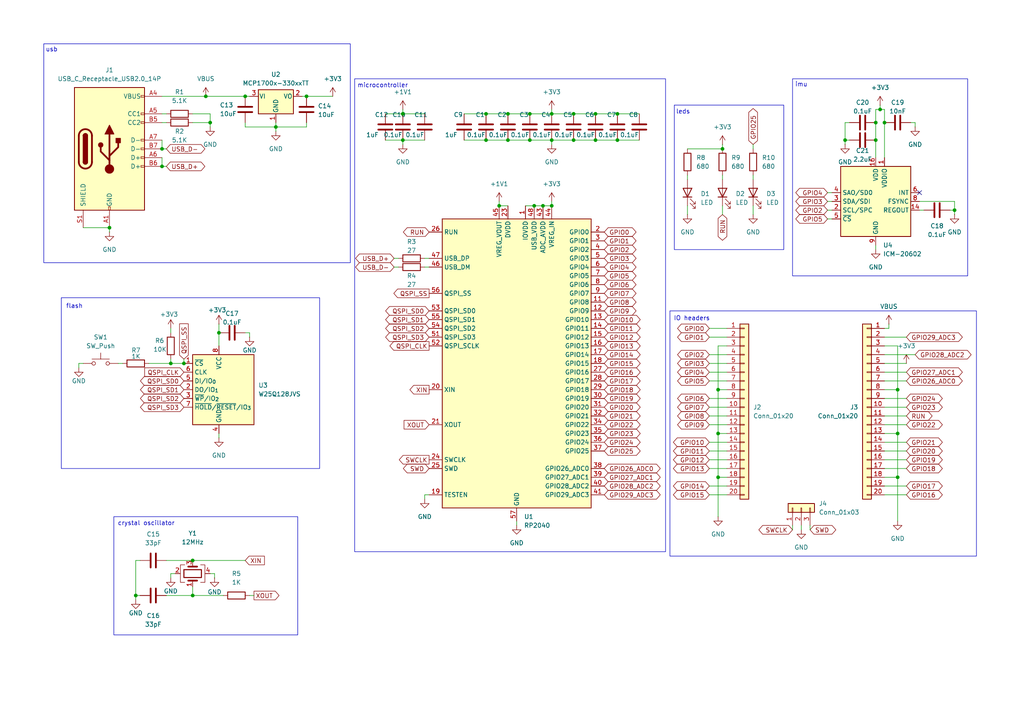
<source format=kicad_sch>
(kicad_sch (version 20250114) (generator "eeschema") (generator_version "9.0")
  (paper "A4")
  (lib_symbols
    (symbol "Connector:USB_C_Receptacle_USB2.0_14P" (pin_names (offset 1.016))
      (property "Reference" "J" (at 0 22.225 0))
      (property "Value" "USB_C_Receptacle_USB2.0_14P" (at 0 19.685 0))
      (symbol "USB_C_Receptacle_USB2.0_14P_1_1"
        (pin passive line (at -7.62 -22.86 90) (length 5.08) (name "SHIELD") (number "S1"))
        (pin passive line (at 0 -22.86 90) (length 5.08) (name "GND") (number "A1"))
        (pin passive line (at 0 -22.86 90) (length 5.08) (hide yes) (name "GND") (number "A12"))
        (pin passive line (at 0 -22.86 90) (length 5.08) (hide yes) (name "GND") (number "B1"))
        (pin passive line (at 0 -22.86 90) (length 5.08) (hide yes) (name "GND") (number "B12"))
        (pin passive line (at 15.24 15.24 180) (length 5.08) (name "VBUS") (number "A4"))
        (pin passive line (at 15.24 15.24 180) (length 5.08) (hide yes) (name "VBUS") (number "A9"))
        (pin passive line (at 15.24 15.24 180) (length 5.08) (hide yes) (name "VBUS") (number "B4"))
        (pin passive line (at 15.24 15.24 180) (length 5.08) (hide yes) (name "VBUS") (number "B9"))
        (pin bidirectional line (at 15.24 10.16 180) (length 5.08) (name "CC1") (number "A5"))
        (pin bidirectional line (at 15.24 7.62 180) (length 5.08) (name "CC2") (number "B5"))
        (pin bidirectional line (at 15.24 2.54 180) (length 5.08) (name "D-") (number "A7"))
        (pin bidirectional line (at 15.24 0 180) (length 5.08) (name "D-") (number "B7"))
        (pin bidirectional line (at 15.24 -2.54 180) (length 5.08) (name "D+") (number "A6"))
        (pin bidirectional line (at 15.24 -5.08 180) (length 5.08) (name "D+") (number "B6"))
      )
    )
    (symbol "Connector_Generic:Conn_01x03" (pin_names (offset 1.016) (hide yes))
      (property "Reference" "J" (at 0 5.08 0))
      (property "Value" "Conn_01x03" (at 0 -5.08 0))
      (symbol "Conn_01x03_1_1"
        (pin passive line (at -5.08 2.54 0) (length 3.81) (name "Pin_1") (number "1"))
        (pin passive line (at -5.08 0 0) (length 3.81) (name "Pin_2") (number "2"))
        (pin passive line (at -5.08 -2.54 0) (length 3.81) (name "Pin_3") (number "3"))
      )
    )
    (symbol "Connector_Generic:Conn_01x20" (pin_names (offset 1.016) (hide yes))
      (property "Reference" "J" (at 0 25.4 0))
      (property "Value" "Conn_01x20" (at 0 -27.94 0))
      (symbol "Conn_01x20_1_1"
        (pin passive line (at -5.08 22.86 0) (length 3.81) (name "Pin_1") (number "1"))
        (pin passive line (at -5.08 20.32 0) (length 3.81) (name "Pin_2") (number "2"))
        (pin passive line (at -5.08 17.78 0) (length 3.81) (name "Pin_3") (number "3"))
        (pin passive line (at -5.08 15.24 0) (length 3.81) (name "Pin_4") (number "4"))
        (pin passive line (at -5.08 12.7 0) (length 3.81) (name "Pin_5") (number "5"))
        (pin passive line (at -5.08 10.16 0) (length 3.81) (name "Pin_6") (number "6"))
        (pin passive line (at -5.08 7.62 0) (length 3.81) (name "Pin_7") (number "7"))
        (pin passive line (at -5.08 5.08 0) (length 3.81) (name "Pin_8") (number "8"))
        (pin passive line (at -5.08 2.54 0) (length 3.81) (name "Pin_9") (number "9"))
        (pin passive line (at -5.08 0 0) (length 3.81) (name "Pin_10") (number "10"))
        (pin passive line (at -5.08 -2.54 0) (length 3.81) (name "Pin_11") (number "11"))
        (pin passive line (at -5.08 -5.08 0) (length 3.81) (name "Pin_12") (number "12"))
        (pin passive line (at -5.08 -7.62 0) (length 3.81) (name "Pin_13") (number "13"))
        (pin passive line (at -5.08 -10.16 0) (length 3.81) (name "Pin_14") (number "14"))
        (pin passive line (at -5.08 -12.7 0) (length 3.81) (name "Pin_15") (number "15"))
        (pin passive line (at -5.08 -15.24 0) (length 3.81) (name "Pin_16") (number "16"))
        (pin passive line (at -5.08 -17.78 0) (length 3.81) (name "Pin_17") (number "17"))
        (pin passive line (at -5.08 -20.32 0) (length 3.81) (name "Pin_18") (number "18"))
        (pin passive line (at -5.08 -22.86 0) (length 3.81) (name "Pin_19") (number "19"))
        (pin passive line (at -5.08 -25.4 0) (length 3.81) (name "Pin_20") (number "20"))
      )
    )
    (symbol "Device:C" (pin_numbers (hide yes)) (pin_names (offset 0.254))
      (property "Reference" "C" (at 0.635 2.54 0))
      (property "Value" "C" (at 0.635 -2.54 0))
      (symbol "C_1_1"
        (pin passive line (at 0 3.81 270) (length 2.794) (name "~") (number "1"))
        (pin passive line (at 0 -3.81 90) (length 2.794) (name "~") (number "2"))
      )
    )
    (symbol "Device:Crystal_GND24" (pin_names (offset 1.016) (hide yes))
      (property "Reference" "Y" (at 3.175 5.08 0))
      (property "Value" "Crystal_GND24" (at 3.175 3.175 0))
      (symbol "Crystal_GND24_1_1"
        (pin passive line (at -3.81 0 0) (length 1.27) (name "1") (number "1"))
        (pin passive line (at 0 5.08 270) (length 1.27) (name "2") (number "2"))
        (pin passive line (at 0 -5.08 90) (length 1.27) (name "4") (number "4"))
        (pin passive line (at 3.81 0 180) (length 1.27) (name "3") (number "3"))
      )
    )
    (symbol "Device:LED" (pin_numbers (hide yes)) (pin_names (offset 1.016) (hide yes))
      (property "Reference" "D" (at 0 2.54 0))
      (property "Value" "LED" (at 0 -2.54 0))
      (symbol "LED_1_1"
        (pin passive line (at -3.81 0 0) (length 2.54) (name "K") (number "1"))
        (pin passive line (at 3.81 0 180) (length 2.54) (name "A") (number "2"))
      )
    )
    (symbol "Device:R" (pin_numbers (hide yes)) (pin_names (offset 0))
      (property "Reference" "R" (at 2.032 0 90))
      (property "Value" "R" (at 0 0 90))
      (symbol "R_1_1"
        (pin passive line (at 0 3.81 270) (length 1.27) (name "~") (number "1"))
        (pin passive line (at 0 -3.81 90) (length 1.27) (name "~") (number "2"))
      )
    )
    (symbol "MCU_RaspberryPi:RP2040"
      (property "Reference" "U" (at 17.78 45.72 0))
      (property "Value" "RP2040" (at 17.78 43.18 0))
      (symbol "RP2040_1_1"
        (pin input line (at -25.4 38.1 0) (length 3.81) (name "RUN") (number "26"))
        (pin bidirectional line (at -25.4 30.48 0) (length 3.81) (name "USB_DP") (number "47"))
        (pin bidirectional line (at -25.4 27.94 0) (length 3.81) (name "USB_DM") (number "46"))
        (pin bidirectional line (at -25.4 20.32 0) (length 3.81) (name "QSPI_SS") (number "56"))
        (pin bidirectional line (at -25.4 15.24 0) (length 3.81) (name "QSPI_SD0") (number "53"))
        (pin bidirectional line (at -25.4 12.7 0) (length 3.81) (name "QSPI_SD1") (number "55"))
        (pin bidirectional line (at -25.4 10.16 0) (length 3.81) (name "QSPI_SD2") (number "54"))
        (pin bidirectional line (at -25.4 7.62 0) (length 3.81) (name "QSPI_SD3") (number "51"))
        (pin output line (at -25.4 5.08 0) (length 3.81) (name "QSPI_SCLK") (number "52"))
        (pin input line (at -25.4 -7.62 0) (length 3.81) (name "XIN") (number "20"))
        (pin passive line (at -25.4 -17.78 0) (length 3.81) (name "XOUT") (number "21"))
        (pin input line (at -25.4 -27.94 0) (length 3.81) (name "SWCLK") (number "24"))
        (pin bidirectional line (at -25.4 -30.48 0) (length 3.81) (name "SWD") (number "25"))
        (pin input line (at -25.4 -38.1 0) (length 3.81) (name "TESTEN") (number "19"))
        (pin power_out line (at -5.08 45.72 270) (length 3.81) (name "VREG_VOUT") (number "45"))
        (pin power_in line (at -2.54 45.72 270) (length 3.81) (name "DVDD") (number "23"))
        (pin passive line (at -2.54 45.72 270) (length 3.81) (hide yes) (name "DVDD") (number "50"))
        (pin power_in line (at 0 -45.72 90) (length 3.81) (name "GND") (number "57"))
        (pin power_in line (at 2.54 45.72 270) (length 3.81) (name "IOVDD") (number "1"))
        (pin passive line (at 2.54 45.72 270) (length 3.81) (hide yes) (name "IOVDD") (number "10"))
        (pin passive line (at 2.54 45.72 270) (length 3.81) (hide yes) (name "IOVDD") (number "22"))
        (pin passive line (at 2.54 45.72 270) (length 3.81) (hide yes) (name "IOVDD") (number "33"))
        (pin passive line (at 2.54 45.72 270) (length 3.81) (hide yes) (name "IOVDD") (number "42"))
        (pin passive line (at 2.54 45.72 270) (length 3.81) (hide yes) (name "IOVDD") (number "49"))
        (pin power_in line (at 5.08 45.72 270) (length 3.81) (name "USB_VDD") (number "48"))
        (pin power_in line (at 7.62 45.72 270) (length 3.81) (name "ADC_AVDD") (number "43"))
        (pin power_in line (at 10.16 45.72 270) (length 3.81) (name "VREG_IN") (number "44"))
        (pin bidirectional line (at 25.4 38.1 180) (length 3.81) (name "GPIO0") (number "2"))
        (pin bidirectional line (at 25.4 35.56 180) (length 3.81) (name "GPIO1") (number "3"))
        (pin bidirectional line (at 25.4 33.02 180) (length 3.81) (name "GPIO2") (number "4"))
        (pin bidirectional line (at 25.4 30.48 180) (length 3.81) (name "GPIO3") (number "5"))
        (pin bidirectional line (at 25.4 27.94 180) (length 3.81) (name "GPIO4") (number "6"))
        (pin bidirectional line (at 25.4 25.4 180) (length 3.81) (name "GPIO5") (number "7"))
        (pin bidirectional line (at 25.4 22.86 180) (length 3.81) (name "GPIO6") (number "8"))
        (pin bidirectional line (at 25.4 20.32 180) (length 3.81) (name "GPIO7") (number "9"))
        (pin bidirectional line (at 25.4 17.78 180) (length 3.81) (name "GPIO8") (number "11"))
        (pin bidirectional line (at 25.4 15.24 180) (length 3.81) (name "GPIO9") (number "12"))
        (pin bidirectional line (at 25.4 12.7 180) (length 3.81) (name "GPIO10") (number "13"))
        (pin bidirectional line (at 25.4 10.16 180) (length 3.81) (name "GPIO11") (number "14"))
        (pin bidirectional line (at 25.4 7.62 180) (length 3.81) (name "GPIO12") (number "15"))
        (pin bidirectional line (at 25.4 5.08 180) (length 3.81) (name "GPIO13") (number "16"))
        (pin bidirectional line (at 25.4 2.54 180) (length 3.81) (name "GPIO14") (number "17"))
        (pin bidirectional line (at 25.4 0 180) (length 3.81) (name "GPIO15") (number "18"))
        (pin bidirectional line (at 25.4 -2.54 180) (length 3.81) (name "GPIO16") (number "27"))
        (pin bidirectional line (at 25.4 -5.08 180) (length 3.81) (name "GPIO17") (number "28"))
        (pin bidirectional line (at 25.4 -7.62 180) (length 3.81) (name "GPIO18") (number "29"))
        (pin bidirectional line (at 25.4 -10.16 180) (length 3.81) (name "GPIO19") (number "30"))
        (pin bidirectional line (at 25.4 -12.7 180) (length 3.81) (name "GPIO20") (number "31"))
        (pin bidirectional line (at 25.4 -15.24 180) (length 3.81) (name "GPIO21") (number "32"))
        (pin bidirectional line (at 25.4 -17.78 180) (length 3.81) (name "GPIO22") (number "34"))
        (pin bidirectional line (at 25.4 -20.32 180) (length 3.81) (name "GPIO23") (number "35"))
        (pin bidirectional line (at 25.4 -22.86 180) (length 3.81) (name "GPIO24") (number "36"))
        (pin bidirectional line (at 25.4 -25.4 180) (length 3.81) (name "GPIO25") (number "37"))
        (pin bidirectional line (at 25.4 -30.48 180) (length 3.81) (name "GPIO26_ADC0") (number "38"))
        (pin bidirectional line (at 25.4 -33.02 180) (length 3.81) (name "GPIO27_ADC1") (number "39"))
        (pin bidirectional line (at 25.4 -35.56 180) (length 3.81) (name "GPIO28_ADC2") (number "40"))
        (pin bidirectional line (at 25.4 -38.1 180) (length 3.81) (name "GPIO29_ADC3") (number "41"))
      )
    )
    (symbol "Memory_Flash:W25Q128JVS"
      (property "Reference" "U" (at -6.35 11.43 0))
      (property "Value" "W25Q128JVS" (at 7.62 11.43 0))
      (symbol "W25Q128JVS_1_1"
        (pin input line (at -10.16 7.62 0) (length 2.54) (name "~{CS}") (number "1"))
        (pin input line (at -10.16 5.08 0) (length 2.54) (name "CLK") (number "6"))
        (pin bidirectional line (at -10.16 2.54 0) (length 2.54) (name "DI/IO_{0}") (number "5"))
        (pin bidirectional line (at -10.16 0 0) (length 2.54) (name "DO/IO_{1}") (number "2"))
        (pin bidirectional line (at -10.16 -2.54 0) (length 2.54) (name "~{WP}/IO_{2}") (number "3"))
        (pin bidirectional line (at -10.16 -5.08 0) (length 2.54) (name "~{HOLD}/~{RESET}/IO_{3}") (number "7"))
        (pin power_in line (at 0 12.7 270) (length 2.54) (name "VCC") (number "8"))
        (pin power_in line (at 0 -12.7 90) (length 2.54) (name "GND") (number "4"))
      )
    )
    (symbol "Regulator_Linear:MCP1700x-330xxTT" (pin_names (offset 0.254))
      (property "Reference" "U" (at -3.81 3.175 0))
      (property "Value" "MCP1700x-330xxTT" (at 0 3.175 0))
      (symbol "MCP1700x-330xxTT_1_1"
        (pin power_in line (at -7.62 0 0) (length 2.54) (name "VI") (number "3"))
        (pin power_in line (at 0 -7.62 90) (length 2.54) (name "GND") (number "1"))
        (pin power_out line (at 7.62 0 180) (length 2.54) (name "VO") (number "2"))
      )
    )
    (symbol "Sensor_Motion:ICM-20602"
      (property "Reference" "U" (at -10.16 11.43 0))
      (property "Value" "ICM-20602" (at 10.16 11.43 0))
      (symbol "ICM-20602_1_1"
        (pin bidirectional line (at -12.7 2.54 0) (length 2.54) (name "SAO/SD0") (number "4"))
        (pin bidirectional line (at -12.7 0 0) (length 2.54) (name "SDA/SDI") (number "3"))
        (pin input line (at -12.7 -2.54 0) (length 2.54) (name "SCL/SPC") (number "2"))
        (pin input line (at -12.7 -5.08 0) (length 2.54) (name "~{CS}") (number "5"))
        (pin no_connect line (at -10.16 5.08 0) (length 2.54) (hide yes) (name "RESV") (number "7"))
        (pin power_in line (at 0 12.7 270) (length 2.54) (name "VDD") (number "16"))
        (pin passive line (at 0 -12.7 90) (length 2.54) (hide yes) (name "GND") (number "10"))
        (pin passive line (at 0 -12.7 90) (length 2.54) (hide yes) (name "GND") (number "11"))
        (pin passive line (at 0 -12.7 90) (length 2.54) (hide yes) (name "GND") (number "12"))
        (pin passive line (at 0 -12.7 90) (length 2.54) (hide yes) (name "GND") (number "13"))
        (pin passive line (at 0 -12.7 90) (length 2.54) (hide yes) (name "GND") (number "15"))
        (pin power_in line (at 0 -12.7 90) (length 2.54) (name "GND") (number "9"))
        (pin power_in line (at 2.54 12.7 270) (length 2.54) (name "VDDIO") (number "1"))
        (pin output line (at 12.7 2.54 180) (length 2.54) (name "INT") (number "6"))
        (pin input line (at 12.7 0 180) (length 2.54) (name "FSYNC") (number "8"))
        (pin passive line (at 12.7 -2.54 180) (length 2.54) (name "REGOUT") (number "14"))
      )
    )
    (symbol "Switch:SW_Push" (pin_numbers (hide yes)) (pin_names (offset 1.016) (hide yes))
      (property "Reference" "SW" (at 1.27 2.54 0))
      (property "Value" "SW_Push" (at 0 -1.524 0))
      (symbol "SW_Push_0_1"
        (pin passive line (at -5.08 0 0) (length 2.54) (name "1") (number "1"))
        (pin passive line (at 5.08 0 180) (length 2.54) (name "2") (number "2"))
      )
    )
    (symbol "power:+1V1" (power) (pin_numbers (hide yes)) (pin_names (offset 0) (hide yes))
      (property "Value" "+1V1" (at 0 3.556 0))
      (symbol "+1V1_1_1"
        (pin power_in line (at 0 0 90) (length 0) (name "~") (number "1"))
      )
    )
    (symbol "power:+3V3" (power) (pin_numbers (hide yes)) (pin_names (offset 0) (hide yes))
      (property "Value" "+3V3" (at 0 3.556 0))
      (symbol "+3V3_1_1"
        (pin power_in line (at 0 0 90) (length 0) (name "~") (number "1"))
      )
    )
    (symbol "power:GND" (power) (pin_numbers (hide yes)) (pin_names (offset 0) (hide yes))
      (property "Value" "GND" (at 0 -3.81 0))
      (symbol "GND_1_1"
        (pin power_in line (at 0 0 270) (length 0) (name "~") (number "1"))
      )
    )
    (symbol "power:VBUS" (power) (pin_numbers (hide yes)) (pin_names (offset 0) (hide yes))
      (property "Value" "VBUS" (at 0 3.556 0))
      (symbol "VBUS_1_1"
        (pin power_in line (at 0 0 90) (length 0) (name "~") (number "1"))
      )
    )
  )
  (rectangle (start 33.02 149.86) (end 86.36 184.15))
  (rectangle (start 12.7 12.7) (end 101.6 76.2))
  (rectangle (start 194.31 90.17) (end 283.21 161.29))
  (rectangle (start 229.87 22.86) (end 280.67 80.01))
  (rectangle (start 102.87 22.86) (end 193.04 160.02))
  (rectangle (start 195.58 30.48) (end 227.33 72.39))
  (rectangle (start 17.78 86.36) (end 92.71 135.89))
  (text "usb" (at 14.986 14.478 0) (effects (font (size 1.27 1.27))))
  (text "imu" (at 232.41 24.638 0) (effects (font (size 1.27 1.27))))
  (text "leds" (at 198.12 32.512 0) (effects (font (size 1.27 1.27))))
  (text "flash" (at 21.59 88.9 0) (effects (font (size 1.27 1.27))))
  (text "crystal oscillator" (at 42.418 151.892 0) (effects (font (size 1.27 1.27))))
  (text "microcontroller" (at 110.998 24.892 0) (effects (font (size 1.27 1.27))))
  (text "IO headers" (at 200.66 92.456 0) (effects (font (size 1.27 1.27))))
  (junction (at 80.01 36.83))
  (junction (at 31.75 66.04))
  (junction (at 208.28 125.73))
  (junction (at 53.34 105.41))
  (junction (at 260.35 125.73))
  (junction (at 172.72 33.02))
  (junction (at 140.97 33.02))
  (junction (at 160.02 59.69))
  (junction (at 255.27 31.75))
  (junction (at 160.02 40.64))
  (junction (at 245.11 40.64))
  (junction (at 154.94 59.69))
  (junction (at 88.9 27.94))
  (junction (at 46.99 48.26))
  (junction (at 208.28 113.03))
  (junction (at 157.48 59.69))
  (junction (at 39.37 172.72))
  (junction (at 147.32 40.64))
  (junction (at 55.88 162.56))
  (junction (at 209.55 43.18))
  (junction (at 144.78 59.69))
  (junction (at 147.32 33.02))
  (junction (at 172.72 40.64))
  (junction (at 260.35 138.43))
  (junction (at 254 40.64))
  (junction (at 208.28 138.43))
  (junction (at 260.35 113.03))
  (junction (at 166.37 33.02))
  (junction (at 60.96 35.56))
  (junction (at 179.07 33.02))
  (junction (at 63.5 96.52))
  (junction (at 49.53 105.41))
  (junction (at 256.54 35.56))
  (junction (at 55.88 172.72))
  (junction (at 179.07 40.64))
  (junction (at 254 35.56))
  (junction (at 71.12 27.94))
  (junction (at 140.97 40.64))
  (junction (at 46.99 43.18))
  (junction (at 160.02 33.02))
  (junction (at 116.84 33.02))
  (junction (at 166.37 40.64))
  (junction (at 153.67 33.02))
  (junction (at 276.86 60.96))
  (junction (at 116.84 40.64))
  (junction (at 59.69 27.94))
  (junction (at 153.67 40.64))
  (no_connect (at 266.7 55.88))
  (wire (pts (xy 209.55 43.18) (xy 199.39 43.18)))
  (wire (pts (xy 55.88 162.56) (xy 71.12 162.56)))
  (wire (pts (xy 124.46 143.51) (xy 123.19 143.51)))
  (wire (pts (xy 256.54 138.43) (xy 260.35 138.43)))
  (wire (pts (xy 256.54 125.73) (xy 260.35 125.73)))
  (wire (pts (xy 240.03 55.88) (xy 241.3 55.88)))
  (wire (pts (xy 88.9 36.83) (xy 88.9 35.56)))
  (wire (pts (xy 53.34 104.14) (xy 53.34 105.41)))
  (wire (pts (xy 140.97 33.02) (xy 147.32 33.02)))
  (wire (pts (xy 205.74 133.35) (xy 210.82 133.35)))
  (wire (pts (xy 71.12 35.56) (xy 71.12 36.83)))
  (wire (pts (xy 254 35.56) (xy 254 40.64)))
  (wire (pts (xy 179.07 33.02) (xy 185.42 33.02)))
  (wire (pts (xy 209.55 50.8) (xy 209.55 52.07)))
  (wire (pts (xy 153.67 40.64) (xy 160.02 40.64)))
  (wire (pts (xy 234.95 152.4) (xy 234.95 153.67)))
  (wire (pts (xy 240.03 58.42) (xy 241.3 58.42)))
  (wire (pts (xy 254 31.75) (xy 254 35.56)))
  (wire (pts (xy 160.02 33.02) (xy 166.37 33.02)))
  (wire (pts (xy 265.43 35.56) (xy 265.43 36.83)))
  (wire (pts (xy 256.54 113.03) (xy 260.35 113.03)))
  (wire (pts (xy 205.74 143.51) (xy 210.82 143.51)))
  (wire (pts (xy 39.37 173.99) (xy 39.37 172.72)))
  (wire (pts (xy 72.39 172.72) (xy 73.66 172.72)))
  (wire (pts (xy 80.01 36.83) (xy 88.9 36.83)))
  (wire (pts (xy 144.78 58.42) (xy 144.78 59.69)))
  (wire (pts (xy 264.16 35.56) (xy 265.43 35.56)))
  (wire (pts (xy 88.9 27.94) (xy 96.52 27.94)))
  (wire (pts (xy 205.74 97.79) (xy 210.82 97.79)))
  (wire (pts (xy 88.9 27.94) (xy 87.63 27.94)))
  (wire (pts (xy 116.84 40.64) (xy 123.19 40.64)))
  (wire (pts (xy 266.7 60.96) (xy 267.97 60.96)))
  (wire (pts (xy 49.53 166.37) (xy 49.53 167.64)))
  (wire (pts (xy 208.28 125.73) (xy 208.28 138.43)))
  (wire (pts (xy 63.5 96.52) (xy 63.5 100.33)))
  (wire (pts (xy 208.28 113.03) (xy 208.28 125.73)))
  (wire (pts (xy 46.99 33.02) (xy 48.26 33.02)))
  (wire (pts (xy 256.54 97.79) (xy 262.89 97.79)))
  (wire (pts (xy 149.86 151.13) (xy 149.86 152.4)))
  (wire (pts (xy 49.53 105.41) (xy 49.53 104.14)))
  (wire (pts (xy 229.87 152.4) (xy 229.87 153.67)))
  (wire (pts (xy 218.44 59.69) (xy 218.44 62.23)))
  (wire (pts (xy 72.39 96.52) (xy 72.39 97.79)))
  (wire (pts (xy 205.74 115.57) (xy 210.82 115.57)))
  (wire (pts (xy 172.72 33.02) (xy 179.07 33.02)))
  (wire (pts (xy 245.11 40.64) (xy 246.38 40.64)))
  (wire (pts (xy 111.76 40.64) (xy 116.84 40.64)))
  (wire (pts (xy 205.74 95.25) (xy 210.82 95.25)))
  (wire (pts (xy 53.34 105.41) (xy 49.53 105.41)))
  (wire (pts (xy 22.86 105.41) (xy 22.86 106.68)))
  (wire (pts (xy 208.28 125.73) (xy 210.82 125.73)))
  (wire (pts (xy 256.54 31.75) (xy 256.54 35.56)))
  (wire (pts (xy 245.11 40.64) (xy 245.11 41.91)))
  (wire (pts (xy 46.99 43.18) (xy 48.26 43.18)))
  (wire (pts (xy 266.7 58.42) (xy 276.86 58.42)))
  (wire (pts (xy 218.44 50.8) (xy 218.44 52.07)))
  (wire (pts (xy 157.48 59.69) (xy 160.02 59.69)))
  (wire (pts (xy 276.86 58.42) (xy 276.86 60.96)))
  (wire (pts (xy 260.35 100.33) (xy 260.35 113.03)))
  (wire (pts (xy 50.8 166.37) (xy 49.53 166.37)))
  (wire (pts (xy 48.26 48.26) (xy 46.99 48.26)))
  (wire (pts (xy 256.54 102.87) (xy 265.43 102.87)))
  (wire (pts (xy 116.84 31.75) (xy 116.84 33.02)))
  (wire (pts (xy 39.37 162.56) (xy 39.37 172.72)))
  (wire (pts (xy 240.03 63.5) (xy 241.3 63.5)))
  (wire (pts (xy 256.54 35.56) (xy 256.54 45.72)))
  (wire (pts (xy 260.35 138.43) (xy 260.35 151.13)))
  (wire (pts (xy 111.76 33.02) (xy 116.84 33.02)))
  (wire (pts (xy 255.27 31.75) (xy 254 31.75)))
  (wire (pts (xy 205.74 128.27) (xy 210.82 128.27)))
  (wire (pts (xy 55.88 162.56) (xy 48.26 162.56)))
  (wire (pts (xy 232.41 152.4) (xy 232.41 153.67)))
  (wire (pts (xy 205.74 107.95) (xy 210.82 107.95)))
  (wire (pts (xy 31.75 66.04) (xy 31.75 67.31)))
  (wire (pts (xy 152.4 59.69) (xy 154.94 59.69)))
  (wire (pts (xy 240.03 60.96) (xy 241.3 60.96)))
  (wire (pts (xy 262.89 143.51) (xy 256.54 143.51)))
  (wire (pts (xy 256.54 95.25) (xy 257.81 95.25)))
  (wire (pts (xy 144.78 59.69) (xy 147.32 59.69)))
  (wire (pts (xy 255.27 30.48) (xy 255.27 31.75)))
  (wire (pts (xy 140.97 40.64) (xy 147.32 40.64)))
  (wire (pts (xy 205.74 140.97) (xy 210.82 140.97)))
  (wire (pts (xy 179.07 40.64) (xy 185.42 40.64)))
  (wire (pts (xy 24.13 105.41) (xy 22.86 105.41)))
  (wire (pts (xy 154.94 59.69) (xy 157.48 59.69)))
  (wire (pts (xy 46.99 45.72) (xy 46.99 48.26)))
  (wire (pts (xy 63.5 93.98) (xy 63.5 96.52)))
  (wire (pts (xy 208.28 138.43) (xy 208.28 149.86)))
  (wire (pts (xy 208.28 100.33) (xy 208.28 113.03)))
  (wire (pts (xy 134.62 40.64) (xy 140.97 40.64)))
  (wire (pts (xy 34.29 105.41) (xy 35.56 105.41)))
  (wire (pts (xy 49.53 96.52) (xy 49.53 95.25)))
  (wire (pts (xy 55.88 172.72) (xy 55.88 170.18)))
  (wire (pts (xy 262.89 140.97) (xy 256.54 140.97)))
  (wire (pts (xy 276.86 60.96) (xy 275.59 60.96)))
  (wire (pts (xy 256.54 105.41) (xy 262.89 105.41)))
  (wire (pts (xy 256.54 107.95) (xy 262.89 107.95)))
  (wire (pts (xy 60.96 33.02) (xy 60.96 35.56)))
  (wire (pts (xy 166.37 40.64) (xy 172.72 40.64)))
  (wire (pts (xy 71.12 27.94) (xy 72.39 27.94)))
  (wire (pts (xy 166.37 33.02) (xy 172.72 33.02)))
  (wire (pts (xy 260.35 113.03) (xy 260.35 125.73)))
  (wire (pts (xy 71.12 36.83) (xy 80.01 36.83)))
  (wire (pts (xy 245.11 35.56) (xy 245.11 40.64)))
  (wire (pts (xy 205.74 118.11) (xy 210.82 118.11)))
  (wire (pts (xy 114.3 77.47) (xy 115.57 77.47)))
  (wire (pts (xy 262.89 130.81) (xy 256.54 130.81)))
  (wire (pts (xy 172.72 40.64) (xy 179.07 40.64)))
  (wire (pts (xy 46.99 27.94) (xy 59.69 27.94)))
  (wire (pts (xy 123.19 74.93) (xy 124.46 74.93)))
  (wire (pts (xy 205.74 123.19) (xy 210.82 123.19)))
  (wire (pts (xy 160.02 31.75) (xy 160.02 33.02)))
  (wire (pts (xy 39.37 172.72) (xy 40.64 172.72)))
  (wire (pts (xy 153.67 33.02) (xy 160.02 33.02)))
  (wire (pts (xy 80.01 36.83) (xy 80.01 38.1)))
  (wire (pts (xy 262.89 123.19) (xy 256.54 123.19)))
  (wire (pts (xy 55.88 172.72) (xy 64.77 172.72)))
  (wire (pts (xy 39.37 162.56) (xy 40.64 162.56)))
  (wire (pts (xy 205.74 135.89) (xy 210.82 135.89)))
  (wire (pts (xy 55.88 35.56) (xy 60.96 35.56)))
  (wire (pts (xy 276.86 60.96) (xy 276.86 62.23)))
  (wire (pts (xy 114.3 74.93) (xy 115.57 74.93)))
  (wire (pts (xy 59.69 27.94) (xy 71.12 27.94)))
  (wire (pts (xy 205.74 120.65) (xy 210.82 120.65)))
  (wire (pts (xy 262.89 118.11) (xy 256.54 118.11)))
  (wire (pts (xy 147.32 40.64) (xy 153.67 40.64)))
  (wire (pts (xy 246.38 35.56) (xy 245.11 35.56)))
  (wire (pts (xy 46.99 35.56) (xy 48.26 35.56)))
  (wire (pts (xy 205.74 105.41) (xy 210.82 105.41)))
  (wire (pts (xy 262.89 135.89) (xy 256.54 135.89)))
  (wire (pts (xy 205.74 110.49) (xy 210.82 110.49)))
  (wire (pts (xy 210.82 100.33) (xy 208.28 100.33)))
  (wire (pts (xy 160.02 41.91) (xy 160.02 40.64)))
  (wire (pts (xy 24.13 66.04) (xy 31.75 66.04)))
  (wire (pts (xy 160.02 58.42) (xy 160.02 59.69)))
  (wire (pts (xy 55.88 33.02) (xy 60.96 33.02)))
  (wire (pts (xy 199.39 50.8) (xy 199.39 52.07)))
  (wire (pts (xy 262.89 128.27) (xy 256.54 128.27)))
  (wire (pts (xy 260.35 125.73) (xy 260.35 138.43)))
  (wire (pts (xy 255.27 31.75) (xy 256.54 31.75)))
  (wire (pts (xy 62.23 166.37) (xy 62.23 167.64)))
  (wire (pts (xy 257.81 95.25) (xy 257.81 93.98)))
  (wire (pts (xy 256.54 100.33) (xy 260.35 100.33)))
  (wire (pts (xy 147.32 33.02) (xy 153.67 33.02)))
  (wire (pts (xy 123.19 143.51) (xy 123.19 144.78)))
  (wire (pts (xy 123.19 77.47) (xy 124.46 77.47)))
  (wire (pts (xy 209.55 41.91) (xy 209.55 43.18)))
  (wire (pts (xy 209.55 59.69) (xy 209.55 62.23)))
  (wire (pts (xy 63.5 125.73) (xy 63.5 127)))
  (wire (pts (xy 80.01 35.56) (xy 80.01 36.83)))
  (wire (pts (xy 208.28 113.03) (xy 210.82 113.03)))
  (wire (pts (xy 262.89 110.49) (xy 256.54 110.49)))
  (wire (pts (xy 71.12 96.52) (xy 72.39 96.52)))
  (wire (pts (xy 262.89 120.65) (xy 256.54 120.65)))
  (wire (pts (xy 205.74 130.81) (xy 210.82 130.81)))
  (wire (pts (xy 116.84 33.02) (xy 123.19 33.02)))
  (wire (pts (xy 199.39 59.69) (xy 199.39 62.23)))
  (wire (pts (xy 43.18 105.41) (xy 49.53 105.41)))
  (wire (pts (xy 262.89 115.57) (xy 256.54 115.57)))
  (wire (pts (xy 205.74 102.87) (xy 210.82 102.87)))
  (wire (pts (xy 254 40.64) (xy 254 45.72)))
  (wire (pts (xy 208.28 138.43) (xy 210.82 138.43)))
  (wire (pts (xy 46.99 40.64) (xy 46.99 43.18)))
  (wire (pts (xy 262.89 133.35) (xy 256.54 133.35)))
  (wire (pts (xy 116.84 40.64) (xy 116.84 41.91)))
  (wire (pts (xy 48.26 172.72) (xy 55.88 172.72)))
  (wire (pts (xy 160.02 40.64) (xy 166.37 40.64)))
  (wire (pts (xy 134.62 33.02) (xy 140.97 33.02)))
  (wire (pts (xy 60.96 166.37) (xy 62.23 166.37)))
  (wire (pts (xy 60.96 35.56) (xy 60.96 36.83)))
  (wire (pts (xy 254 71.12) (xy 254 72.39)))
  (wire (pts (xy 218.44 41.91) (xy 218.44 43.18)))
  (global_label "GPIO29_ADC3" (shape bidirectional) (at 262.89 97.79 0) (property "Intersheetrefs" "${INTERSHEET_REFS}" (effects (hide yes))))
  (global_label "GPIO10" (shape bidirectional) (at 205.74 128.27 180) (property "Intersheetrefs" "${INTERSHEET_REFS}" (effects (hide yes))))
  (global_label "QSPI_SD2" (shape bidirectional) (at 124.46 95.25 180) (property "Intersheetrefs" "${INTERSHEET_REFS}" (effects (hide yes))))
  (global_label "XOUT" (shape input) (at 124.46 123.19 180) (property "Intersheetrefs" "${INTERSHEET_REFS}" (effects (hide yes))))
  (global_label "GPIO17" (shape bidirectional) (at 262.89 140.97 0) (property "Intersheetrefs" "${INTERSHEET_REFS}" (effects (hide yes))))
  (global_label "GPIO16" (shape bidirectional) (at 175.26 107.95 0) (property "Intersheetrefs" "${INTERSHEET_REFS}" (effects (hide yes))))
  (global_label "GPIO17" (shape bidirectional) (at 175.26 110.49 0) (property "Intersheetrefs" "${INTERSHEET_REFS}" (effects (hide yes))))
  (global_label "GPIO21" (shape bidirectional) (at 175.26 120.65 0) (property "Intersheetrefs" "${INTERSHEET_REFS}" (effects (hide yes))))
  (global_label "GPIO9" (shape bidirectional) (at 175.26 90.17 0) (property "Intersheetrefs" "${INTERSHEET_REFS}" (effects (hide yes))))
  (global_label "GPIO1" (shape bidirectional) (at 175.26 69.85 0) (property "Intersheetrefs" "${INTERSHEET_REFS}" (effects (hide yes))))
  (global_label "GPIO4" (shape bidirectional) (at 205.74 107.95 180) (property "Intersheetrefs" "${INTERSHEET_REFS}" (effects (hide yes))))
  (global_label "GPIO24" (shape bidirectional) (at 175.26 128.27 0) (property "Intersheetrefs" "${INTERSHEET_REFS}" (effects (hide yes))))
  (global_label "GPIO16" (shape bidirectional) (at 262.89 143.51 0) (property "Intersheetrefs" "${INTERSHEET_REFS}" (effects (hide yes))))
  (global_label "GPIO11" (shape bidirectional) (at 205.74 130.81 180) (property "Intersheetrefs" "${INTERSHEET_REFS}" (effects (hide yes))))
  (global_label "GPIO18" (shape bidirectional) (at 175.26 113.03 0) (property "Intersheetrefs" "${INTERSHEET_REFS}" (effects (hide yes))))
  (global_label "GPIO18" (shape bidirectional) (at 262.89 135.89 0) (property "Intersheetrefs" "${INTERSHEET_REFS}" (effects (hide yes))))
  (global_label "GPIO2" (shape bidirectional) (at 240.03 60.96 180) (property "Intersheetrefs" "${INTERSHEET_REFS}" (effects (hide yes))))
  (global_label "SWCLK" (shape bidirectional) (at 229.87 153.67 180) (property "Intersheetrefs" "${INTERSHEET_REFS}" (effects (hide yes))))
  (global_label "GPIO4" (shape bidirectional) (at 175.26 77.47 0) (property "Intersheetrefs" "${INTERSHEET_REFS}" (effects (hide yes))))
  (global_label "GPIO3" (shape bidirectional) (at 205.74 105.41 180) (property "Intersheetrefs" "${INTERSHEET_REFS}" (effects (hide yes))))
  (global_label "GPIO13" (shape bidirectional) (at 175.26 100.33 0) (property "Intersheetrefs" "${INTERSHEET_REFS}" (effects (hide yes))))
  (global_label "GPIO1" (shape bidirectional) (at 205.74 97.79 180) (property "Intersheetrefs" "${INTERSHEET_REFS}" (effects (hide yes))))
  (global_label "GPIO8" (shape bidirectional) (at 205.74 120.65 180) (property "Intersheetrefs" "${INTERSHEET_REFS}" (effects (hide yes))))
  (global_label "GPIO27_ADC1" (shape bidirectional) (at 262.89 107.95 0) (property "Intersheetrefs" "${INTERSHEET_REFS}" (effects (hide yes))))
  (global_label "GPIO3" (shape bidirectional) (at 240.03 58.42 180) (property "Intersheetrefs" "${INTERSHEET_REFS}" (effects (hide yes))))
  (global_label "GPIO5" (shape bidirectional) (at 240.03 63.5 180) (property "Intersheetrefs" "${INTERSHEET_REFS}" (effects (hide yes))))
  (global_label "QSPI_SD0" (shape bidirectional) (at 124.46 90.17 180) (property "Intersheetrefs" "${INTERSHEET_REFS}" (effects (hide yes))))
  (global_label "GPIO8" (shape bidirectional) (at 175.26 87.63 0) (property "Intersheetrefs" "${INTERSHEET_REFS}" (effects (hide yes))))
  (global_label "GPIO26_ADC0" (shape bidirectional) (at 175.26 135.89 0) (property "Intersheetrefs" "${INTERSHEET_REFS}" (effects (hide yes))))
  (global_label "GPIO28_ADC2" (shape bidirectional) (at 175.26 140.97 0) (property "Intersheetrefs" "${INTERSHEET_REFS}" (effects (hide yes))))
  (global_label "GPIO3" (shape bidirectional) (at 175.26 74.93 0) (property "Intersheetrefs" "${INTERSHEET_REFS}" (effects (hide yes))))
  (global_label "GPIO7" (shape bidirectional) (at 175.26 85.09 0) (property "Intersheetrefs" "${INTERSHEET_REFS}" (effects (hide yes))))
  (global_label "QSPI_SD1" (shape bidirectional) (at 124.46 92.71 180) (property "Intersheetrefs" "${INTERSHEET_REFS}" (effects (hide yes))))
  (global_label "GPIO25" (shape bidirectional) (at 175.26 130.81 0) (property "Intersheetrefs" "${INTERSHEET_REFS}" (effects (hide yes))))
  (global_label "GPIO19" (shape bidirectional) (at 175.26 115.57 0) (property "Intersheetrefs" "${INTERSHEET_REFS}" (effects (hide yes))))
  (global_label "GPIO5" (shape bidirectional) (at 205.74 110.49 180) (property "Intersheetrefs" "${INTERSHEET_REFS}" (effects (hide yes))))
  (global_label "GPIO4" (shape bidirectional) (at 240.03 55.88 180) (property "Intersheetrefs" "${INTERSHEET_REFS}" (effects (hide yes))))
  (global_label "GPIO14" (shape bidirectional) (at 175.26 102.87 0) (property "Intersheetrefs" "${INTERSHEET_REFS}" (effects (hide yes))))
  (global_label "GPIO2" (shape bidirectional) (at 175.26 72.39 0) (property "Intersheetrefs" "${INTERSHEET_REFS}" (effects (hide yes))))
  (global_label "GPIO0" (shape bidirectional) (at 175.26 67.31 0) (property "Intersheetrefs" "${INTERSHEET_REFS}" (effects (hide yes))))
  (global_label "GPIO6" (shape bidirectional) (at 205.74 115.57 180) (property "Intersheetrefs" "${INTERSHEET_REFS}" (effects (hide yes))))
  (global_label "GPIO22" (shape bidirectional) (at 175.26 123.19 0) (property "Intersheetrefs" "${INTERSHEET_REFS}" (effects (hide yes))))
  (global_label "GPIO29_ADC3" (shape bidirectional) (at 175.26 143.51 0) (property "Intersheetrefs" "${INTERSHEET_REFS}" (effects (hide yes))))
  (global_label "GPIO20" (shape bidirectional) (at 175.26 118.11 0) (property "Intersheetrefs" "${INTERSHEET_REFS}" (effects (hide yes))))
  (global_label "GPIO22" (shape bidirectional) (at 262.89 123.19 0) (property "Intersheetrefs" "${INTERSHEET_REFS}" (effects (hide yes))))
  (global_label "XIN" (shape output) (at 124.46 113.03 180) (property "Intersheetrefs" "${INTERSHEET_REFS}" (effects (hide yes))))
  (global_label "GPIO19" (shape bidirectional) (at 262.89 133.35 0) (property "Intersheetrefs" "${INTERSHEET_REFS}" (effects (hide yes))))
  (global_label "GPIO15" (shape bidirectional) (at 175.26 105.41 0) (property "Intersheetrefs" "${INTERSHEET_REFS}" (effects (hide yes))))
  (global_label "QSPI_CLK" (shape input) (at 53.34 107.95 180) (property "Intersheetrefs" "${INTERSHEET_REFS}" (effects (hide yes))))
  (global_label "GPIO12" (shape bidirectional) (at 175.26 97.79 0) (property "Intersheetrefs" "${INTERSHEET_REFS}" (effects (hide yes))))
  (global_label "RUN" (shape bidirectional) (at 262.89 120.65 0) (property "Intersheetrefs" "${INTERSHEET_REFS}" (effects (hide yes))))
  (global_label "QSPI_SD0" (shape bidirectional) (at 53.34 110.49 180) (property "Intersheetrefs" "${INTERSHEET_REFS}" (effects (hide yes))))
  (global_label "GPIO12" (shape bidirectional) (at 205.74 133.35 180) (property "Intersheetrefs" "${INTERSHEET_REFS}" (effects (hide yes))))
  (global_label "QSPI_SD3" (shape bidirectional) (at 53.34 118.11 180) (property "Intersheetrefs" "${INTERSHEET_REFS}" (effects (hide yes))))
  (global_label "GPIO2" (shape bidirectional) (at 205.74 102.87 180) (property "Intersheetrefs" "${INTERSHEET_REFS}" (effects (hide yes))))
  (global_label "GPIO5" (shape bidirectional) (at 175.26 80.01 0) (property "Intersheetrefs" "${INTERSHEET_REFS}" (effects (hide yes))))
  (global_label "QSPI_CLK" (shape output) (at 124.46 100.33 180) (property "Intersheetrefs" "${INTERSHEET_REFS}" (effects (hide yes))))
  (global_label "GPIO15" (shape bidirectional) (at 205.74 143.51 180) (property "Intersheetrefs" "${INTERSHEET_REFS}" (effects (hide yes))))
  (global_label "GPIO6" (shape bidirectional) (at 175.26 82.55 0) (property "Intersheetrefs" "${INTERSHEET_REFS}" (effects (hide yes))))
  (global_label "USB_D-" (shape bidirectional) (at 48.26 43.18 0) (property "Intersheetrefs" "${INTERSHEET_REFS}" (effects (hide yes))))
  (global_label "GPIO10" (shape bidirectional) (at 175.26 92.71 0) (property "Intersheetrefs" "${INTERSHEET_REFS}" (effects (hide yes))))
  (global_label "GPIO7" (shape bidirectional) (at 205.74 118.11 180) (property "Intersheetrefs" "${INTERSHEET_REFS}" (effects (hide yes))))
  (global_label "GPIO0" (shape bidirectional) (at 205.74 95.25 180) (property "Intersheetrefs" "${INTERSHEET_REFS}" (effects (hide yes))))
  (global_label "XIN" (shape input) (at 71.12 162.56 0) (property "Intersheetrefs" "${INTERSHEET_REFS}" (effects (hide yes))))
  (global_label "GPIO26_ADC0" (shape bidirectional) (at 262.89 110.49 0) (property "Intersheetrefs" "${INTERSHEET_REFS}" (effects (hide yes))))
  (global_label "SWD" (shape bidirectional) (at 124.46 135.89 180) (property "Intersheetrefs" "${INTERSHEET_REFS}" (effects (hide yes))))
  (global_label "GPIO27_ADC1" (shape bidirectional) (at 175.26 138.43 0) (property "Intersheetrefs" "${INTERSHEET_REFS}" (effects (hide yes))))
  (global_label "QSPI_SS" (shape input) (at 53.34 104.14 90) (property "Intersheetrefs" "${INTERSHEET_REFS}" (effects (hide yes))))
  (global_label "USB_D-" (shape bidirectional) (at 114.3 77.47 180) (property "Intersheetrefs" "${INTERSHEET_REFS}" (effects (hide yes))))
  (global_label "USB_D+" (shape bidirectional) (at 48.26 48.26 0) (property "Intersheetrefs" "${INTERSHEET_REFS}" (effects (hide yes))))
  (global_label "GPIO14" (shape bidirectional) (at 205.74 140.97 180) (property "Intersheetrefs" "${INTERSHEET_REFS}" (effects (hide yes))))
  (global_label "USB_D+" (shape bidirectional) (at 114.3 74.93 180) (property "Intersheetrefs" "${INTERSHEET_REFS}" (effects (hide yes))))
  (global_label "SWCLK" (shape output) (at 124.46 133.35 180) (property "Intersheetrefs" "${INTERSHEET_REFS}" (effects (hide yes))))
  (global_label "GPIO23" (shape bidirectional) (at 262.89 118.11 0) (property "Intersheetrefs" "${INTERSHEET_REFS}" (effects (hide yes))))
  (global_label "GPIO13" (shape bidirectional) (at 205.74 135.89 180) (property "Intersheetrefs" "${INTERSHEET_REFS}" (effects (hide yes))))
  (global_label "QSPI_SD3" (shape bidirectional) (at 124.46 97.79 180) (property "Intersheetrefs" "${INTERSHEET_REFS}" (effects (hide yes))))
  (global_label "GPIO24" (shape bidirectional) (at 262.89 115.57 0) (property "Intersheetrefs" "${INTERSHEET_REFS}" (effects (hide yes))))
  (global_label "GPIO21" (shape bidirectional) (at 262.89 128.27 0) (property "Intersheetrefs" "${INTERSHEET_REFS}" (effects (hide yes))))
  (global_label "QSPI_SS" (shape output) (at 124.46 85.09 180) (property "Intersheetrefs" "${INTERSHEET_REFS}" (effects (hide yes))))
  (global_label "QSPI_SD2" (shape bidirectional) (at 53.34 115.57 180) (property "Intersheetrefs" "${INTERSHEET_REFS}" (effects (hide yes))))
  (global_label "GPIO11" (shape bidirectional) (at 175.26 95.25 0) (property "Intersheetrefs" "${INTERSHEET_REFS}" (effects (hide yes))))
  (global_label "RUN" (shape bidirectional) (at 124.46 67.31 180) (property "Intersheetrefs" "${INTERSHEET_REFS}" (effects (hide yes))))
  (global_label "XOUT" (shape output) (at 73.66 172.72 0) (property "Intersheetrefs" "${INTERSHEET_REFS}" (effects (hide yes))))
  (global_label "QSPI_SD1" (shape bidirectional) (at 53.34 113.03 180) (property "Intersheetrefs" "${INTERSHEET_REFS}" (effects (hide yes))))
  (global_label "SWD" (shape bidirectional) (at 234.95 153.67 0) (property "Intersheetrefs" "${INTERSHEET_REFS}" (effects (hide yes))))
  (global_label "GPIO28_ADC2" (shape bidirectional) (at 265.43 102.87 0) (property "Intersheetrefs" "${INTERSHEET_REFS}" (effects (hide yes))))
  (global_label "GPIO20" (shape bidirectional) (at 262.89 130.81 0) (property "Intersheetrefs" "${INTERSHEET_REFS}" (effects (hide yes))))
  (global_label "GPIO23" (shape bidirectional) (at 175.26 125.73 0) (property "Intersheetrefs" "${INTERSHEET_REFS}" (effects (hide yes))))
  (global_label "GPIO9" (shape bidirectional) (at 205.74 123.19 180) (property "Intersheetrefs" "${INTERSHEET_REFS}" (effects (hide yes))))
  (global_label "GPIO25" (shape bidirectional) (at 218.44 41.91 90) (property "Intersheetrefs" "${INTERSHEET_REFS}" (effects (hide yes))))
  (global_label "RUN" (shape bidirectional) (at 209.55 62.23 270) (property "Intersheetrefs" "${INTERSHEET_REFS}" (effects (hide yes))))
  (symbol (lib_id "Device:R") (at 119.38 77.47 90) (unit 1)
    (property "Reference" "R4" (at 119.38 80.01 90))
    (property "Value" "27" (at 119.38 82.55 90))
    (property "Footprint" "Resistor_SMD:R_0402_1005Metric" (effects (hide yes)))
    (property "Description" "Resistor" (effects (hide yes)))
  )
  (symbol (lib_id "Device:C") (at 71.12 31.75 0) (unit 1)
    (property "Reference" "C13" (at 63.754 30.48 0) (effects (justify left)))
    (property "Value" "10uF" (at 63.754 33.02 0) (effects (justify left)))
    (property "Footprint" "Capacitor_SMD:C_0603_1608Metric" (effects (hide yes)))
    (property "Description" "Unpolarized capacitor" (effects (hide yes)))
  )
  (symbol (lib_id "Connector_Generic:Conn_01x03") (at 232.41 147.32 90) (unit 1)
    (property "Reference" "J4" (at 237.49 146.0499 90) (effects (justify right)))
    (property "Value" "Conn_01x03" (at 237.49 148.5899 90) (effects (justify right)))
    (property "Footprint" "Connector_PinHeader_2.54mm:PinHeader_1x03_P2.54mm_Vertical" (effects (hide yes)))
    (property "Description" "Generic connector, single row, 01x03, script generated (kicad-library-utils/schlib/autogen/connector/)" (effects (hide yes)))
  )
  (symbol (lib_id "power:GND") (at 72.39 97.79 0) (unit 1)
    (property "Reference" "#PWR018" (effects (hide yes)))
    (property "Value" "GND" (at 72.39 101.6 0))
    (property "Description" "Power symbol creates a global label with name \"GND\" , ground" (effects (hide yes)))
  )
  (symbol (lib_id "Device:C") (at 140.97 36.83 0) (unit 1)
    (property "Reference" "C1" (at 137.922 33.274 0) (effects (justify left)))
    (property "Value" "0.1uF" (at 135.382 39.116 0) (effects (justify left)))
    (property "Footprint" "Capacitor_SMD:C_0402_1005Metric" (effects (hide yes)))
    (property "Description" "Unpolarized capacitor" (effects (hide yes)))
  )
  (symbol (lib_id "power:+3V3") (at 255.27 30.48 0) (unit 1)
    (property "Reference" "#PWR027" (effects (hide yes)))
    (property "Value" "+3V3" (at 255.27 25.4 0))
    (property "Description" "Power symbol creates a global label with name \"+3V3\"" (effects (hide yes)))
  )
  (symbol (lib_id "Device:C") (at 160.02 36.83 0) (unit 1)
    (property "Reference" "C4" (at 156.972 33.274 0) (effects (justify left)))
    (property "Value" "0.1uF" (at 154.432 39.116 0) (effects (justify left)))
    (property "Footprint" "Capacitor_SMD:C_0402_1005Metric" (effects (hide yes)))
    (property "Description" "Unpolarized capacitor" (effects (hide yes)))
  )
  (symbol (lib_id "Connector_Generic:Conn_01x20") (at 251.46 118.11 0) (mirror y) (unit 1)
    (property "Reference" "J3" (at 248.92 118.1099 0) (effects (justify left)))
    (property "Value" "Conn_01x20" (at 248.92 120.6499 0) (effects (justify left)))
    (property "Footprint" "Connector_PinHeader_2.54mm:PinHeader_1x20_P2.54mm_Vertical" (effects (hide yes)))
    (property "Description" "Generic connector, single row, 01x20, script generated (kicad-library-utils/schlib/autogen/connector/)" (effects (hide yes)))
  )
  (symbol (lib_id "Device:C") (at 172.72 36.83 0) (unit 1)
    (property "Reference" "C6" (at 169.672 33.274 0) (effects (justify left)))
    (property "Value" "0.1uF" (at 167.132 39.116 0) (effects (justify left)))
    (property "Footprint" "Capacitor_SMD:C_0402_1005Metric" (effects (hide yes)))
    (property "Description" "Unpolarized capacitor" (effects (hide yes)))
  )
  (symbol (lib_id "Device:C") (at 147.32 36.83 0) (unit 1)
    (property "Reference" "C2" (at 144.272 33.274 0) (effects (justify left)))
    (property "Value" "0.1uF" (at 141.732 39.116 0) (effects (justify left)))
    (property "Footprint" "Capacitor_SMD:C_0402_1005Metric" (effects (hide yes)))
    (property "Description" "Unpolarized capacitor" (effects (hide yes)))
  )
  (symbol (lib_id "power:GND") (at 245.11 41.91 0) (unit 1)
    (property "Reference" "#PWR031" (effects (hide yes)))
    (property "Value" "GND" (at 245.11 46.99 0))
    (property "Description" "Power symbol creates a global label with name \"GND\" , ground" (effects (hide yes)))
  )
  (symbol (lib_id "Device:LED") (at 199.39 55.88 90) (unit 1)
    (property "Reference" "D1" (at 203.2 56.1974 90) (effects (justify right)))
    (property "Value" "LED" (at 203.2 58.7374 90) (effects (justify right)))
    (property "Footprint" "LED_SMD:LED_0603_1608Metric" (effects (hide yes)))
    (property "Description" "Light emitting diode" (effects (hide yes)))
    (property "Sim.Pins" "1=K 2=A" (effects (hide yes)))
  )
  (symbol (lib_id "Device:C") (at 185.42 36.83 0) (unit 1)
    (property "Reference" "C8" (at 182.372 33.274 0) (effects (justify left)))
    (property "Value" "0.1uF" (at 179.832 39.116 0) (effects (justify left)))
    (property "Footprint" "Capacitor_SMD:C_0402_1005Metric" (effects (hide yes)))
    (property "Description" "Unpolarized capacitor" (effects (hide yes)))
  )
  (symbol (lib_id "power:+3V3") (at 160.02 58.42 0) (unit 1)
    (property "Reference" "#PWR036" (effects (hide yes)))
    (property "Value" "+3V3" (at 160.02 53.34 0))
    (property "Description" "Power symbol creates a global label with name \"+3V3\"" (effects (hide yes)))
  )
  (symbol (lib_id "power:GND") (at 80.01 38.1 0) (unit 1)
    (property "Reference" "#PWR010" (effects (hide yes)))
    (property "Value" "GND" (at 80.01 43.18 0))
    (property "Description" "Power symbol creates a global label with name \"GND\" , ground" (effects (hide yes)))
  )
  (symbol (lib_id "power:+3V3") (at 160.02 31.75 0) (unit 1)
    (property "Reference" "#PWR035" (effects (hide yes)))
    (property "Value" "+3V3" (at 160.02 26.67 0))
    (property "Description" "Power symbol creates a global label with name \"+3V3\"" (effects (hide yes)))
  )
  (symbol (lib_id "power:GND") (at 116.84 41.91 0) (unit 1)
    (property "Reference" "#PWR05" (effects (hide yes)))
    (property "Value" "GND" (at 116.84 46.99 0))
    (property "Description" "Power symbol creates a global label with name \"GND\" , ground" (effects (hide yes)))
  )
  (symbol (lib_id "Device:C") (at 123.19 36.83 0) (unit 1)
    (property "Reference" "C11" (at 120.142 33.274 0) (effects (justify left)))
    (property "Value" "0.1uF" (at 117.602 39.116 0) (effects (justify left)))
    (property "Footprint" "Capacitor_SMD:C_0402_1005Metric" (effects (hide yes)))
    (property "Description" "Unpolarized capacitor" (effects (hide yes)))
  )
  (symbol (lib_id "Device:C") (at 44.45 162.56 90) (unit 1)
    (property "Reference" "C15" (at 44.45 154.94 90))
    (property "Value" "33pF" (at 44.45 157.48 90))
    (property "Footprint" "Capacitor_SMD:C_0402_1005Metric" (effects (hide yes)))
    (property "Description" "Unpolarized capacitor" (effects (hide yes)))
  )
  (symbol (lib_id "Device:R") (at 209.55 46.99 0) (unit 1)
    (property "Reference" "R9" (at 212.09 45.7199 0) (effects (justify left)))
    (property "Value" "680" (at 212.09 48.2599 0) (effects (justify left)))
    (property "Footprint" "Resistor_SMD:R_0402_1005Metric" (effects (hide yes)))
    (property "Description" "Resistor" (effects (hide yes)))
  )
  (symbol (lib_id "Device:C") (at 88.9 31.75 0) (unit 1)
    (property "Reference" "C14" (at 92.202 30.734 0) (effects (justify left)))
    (property "Value" "10uF" (at 92.202 33.274 0) (effects (justify left)))
    (property "Footprint" "Capacitor_SMD:C_0603_1608Metric" (effects (hide yes)))
    (property "Description" "Unpolarized capacitor" (effects (hide yes)))
  )
  (symbol (lib_id "power:GND") (at 218.44 62.23 0) (unit 1)
    (property "Reference" "#PWR034" (effects (hide yes)))
    (property "Value" "GND" (at 218.44 67.31 0))
    (property "Description" "Power symbol creates a global label with name \"GND\" , ground" (effects (hide yes)))
  )
  (symbol (lib_id "Device:C") (at 153.67 36.83 0) (unit 1)
    (property "Reference" "C3" (at 150.622 33.274 0) (effects (justify left)))
    (property "Value" "0.1uF" (at 148.082 39.116 0) (effects (justify left)))
    (property "Footprint" "Capacitor_SMD:C_0402_1005Metric" (effects (hide yes)))
    (property "Description" "Unpolarized capacitor" (effects (hide yes)))
  )
  (symbol (lib_id "Device:R") (at 49.53 100.33 0) (unit 1)
    (property "Reference" "R6" (at 44.958 98.806 0) (effects (justify left)))
    (property "Value" "10K" (at 44.45 101.346 0) (effects (justify left)))
    (property "Footprint" "Resistor_SMD:R_0402_1005Metric" (effects (hide yes)))
    (property "Description" "Resistor" (effects (hide yes)))
  )
  (symbol (lib_id "Switch:SW_Push") (at 29.21 105.41 0) (unit 1)
    (property "Reference" "SW1" (at 29.21 97.79 0))
    (property "Value" "SW_Push" (at 29.21 100.33 0))
    (property "Footprint" "Button_Switch_SMD:SW_Push_SPST_NO_Alps_SKRK" (effects (hide yes)))
    (property "Description" "Push button switch, generic, two pins" (effects (hide yes)))
  )
  (symbol (lib_id "power:GND") (at 149.86 152.4 0) (unit 1)
    (property "Reference" "#PWR07" (effects (hide yes)))
    (property "Value" "GND" (at 149.86 157.48 0))
    (property "Description" "Power symbol creates a global label with name \"GND\" , ground" (effects (hide yes)))
  )
  (symbol (lib_id "power:GND") (at 62.23 167.64 0) (unit 1)
    (property "Reference" "#PWR014" (effects (hide yes)))
    (property "Value" "GND" (at 62.23 171.704 0))
    (property "Description" "Power symbol creates a global label with name \"GND\" , ground" (effects (hide yes)))
  )
  (symbol (lib_id "Device:R") (at 39.37 105.41 270) (unit 1)
    (property "Reference" "R7" (at 38.1 101.6 90) (effects (justify left)))
    (property "Value" "1K" (at 38.1 103.378 90) (effects (justify left)))
    (property "Footprint" "Resistor_SMD:R_0402_1005Metric" (effects (hide yes)))
    (property "Description" "Resistor" (effects (hide yes)))
  )
  (symbol (lib_id "Device:R") (at 119.38 74.93 90) (unit 1)
    (property "Reference" "R3" (at 119.38 70.104 90))
    (property "Value" "27" (at 119.38 72.644 90))
    (property "Footprint" "Resistor_SMD:R_0402_1005Metric" (effects (hide yes)))
    (property "Description" "Resistor" (effects (hide yes)))
  )
  (symbol (lib_id "Device:C") (at 67.31 96.52 90) (unit 1)
    (property "Reference" "C17" (at 67.31 90.932 90))
    (property "Value" "0.1uF" (at 67.31 93.472 90))
    (property "Footprint" "Capacitor_SMD:C_0402_1005Metric" (effects (hide yes)))
    (property "Description" "Unpolarized capacitor" (effects (hide yes)))
  )
  (symbol (lib_id "Device:LED") (at 209.55 55.88 90) (unit 1)
    (property "Reference" "D2" (at 213.36 56.1974 90) (effects (justify right)))
    (property "Value" "LED" (at 213.36 58.7374 90) (effects (justify right)))
    (property "Footprint" "LED_SMD:LED_0603_1608Metric" (effects (hide yes)))
    (property "Description" "Light emitting diode" (effects (hide yes)))
    (property "Sim.Pins" "1=K 2=A" (effects (hide yes)))
  )
  (symbol (lib_id "power:+1V1") (at 116.84 31.75 0) (unit 1)
    (property "Reference" "#PWR06" (effects (hide yes)))
    (property "Value" "+1V1" (at 116.84 26.67 0))
    (property "Description" "Power symbol creates a global label with name \"+1V1\"" (effects (hide yes)))
  )
  (symbol (lib_id "power:GND") (at 22.86 106.68 0) (unit 1)
    (property "Reference" "#PWR020" (effects (hide yes)))
    (property "Value" "GND" (at 22.86 110.49 0))
    (property "Description" "Power symbol creates a global label with name \"GND\" , ground" (effects (hide yes)))
  )
  (symbol (lib_id "power:+3V3") (at 49.53 95.25 0) (unit 1)
    (property "Reference" "#PWR019" (effects (hide yes)))
    (property "Value" "+3V3" (at 49.022 91.186 0))
    (property "Description" "Power symbol creates a global label with name \"+3V3\"" (effects (hide yes)))
  )
  (symbol (lib_id "power:GND") (at 232.41 153.67 0) (unit 1)
    (property "Reference" "#PWR023" (effects (hide yes)))
    (property "Value" "GND" (at 232.41 158.75 0))
    (property "Description" "Power symbol creates a global label with name \"GND\" , ground" (effects (hide yes)))
  )
  (symbol (lib_id "power:GND") (at 39.37 173.99 0) (unit 1)
    (property "Reference" "#PWR015" (effects (hide yes)))
    (property "Value" "GND" (at 39.37 177.8 0))
    (property "Description" "Power symbol creates a global label with name \"GND\" , ground" (effects (hide yes)))
  )
  (symbol (lib_id "power:GND") (at 60.96 36.83 0) (unit 1)
    (property "Reference" "#PWR09" (effects (hide yes)))
    (property "Value" "GND" (at 60.96 41.91 0))
    (property "Description" "Power symbol creates a global label with name \"GND\" , ground" (effects (hide yes)))
  )
  (symbol (lib_id "Device:R") (at 52.07 33.02 90) (unit 1)
    (property "Reference" "R1" (at 52.07 26.67 90))
    (property "Value" "5.1K" (at 52.07 29.21 90))
    (property "Footprint" "Resistor_SMD:R_0402_1005Metric" (effects (hide yes)))
    (property "Description" "Resistor" (effects (hide yes)))
  )
  (symbol (lib_id "Memory_Flash:W25Q128JVS") (at 63.5 113.03 0) (unit 1)
    (property "Reference" "U3" (at 74.93 111.7599 0) (effects (justify left)))
    (property "Value" "W25Q128JVS" (at 74.93 114.2999 0) (effects (justify left)))
    (property "Footprint" "Package_SON:Winbond_USON-8-1EP_3x2mm_P0.5mm_EP0.2x1.6mm" (effects (hide yes)))
    (property "Datasheet" "https://www.winbond.com/resource-files/w25q128jv_dtr%20revc%2003272018%20plus.pdf" (effects (hide yes)))
    (property "Description" "128Mbit / 16MiB Serial Flash Memory, Standard/Dual/Quad SPI, 2.7-3.6V, SOIC-8" (effects (hide yes)))
  )
  (symbol (lib_id "Device:Crystal_GND24") (at 55.88 166.37 90) (unit 1)
    (property "Reference" "Y1" (at 55.88 154.686 90))
    (property "Value" "12MHz" (at 55.88 157.226 90))
    (property "Footprint" "Crystal:Crystal_SMD_3225-4Pin_3.2x2.5mm" (effects (hide yes)))
    (property "Description" "Four pin crystal, GND on pins 2 and 4" (effects (hide yes)))
  )
  (symbol (lib_id "power:GND") (at 160.02 41.91 0) (unit 1)
    (property "Reference" "#PWR04" (effects (hide yes)))
    (property "Value" "GND" (at 160.02 46.99 0))
    (property "Description" "Power symbol creates a global label with name \"GND\" , ground" (effects (hide yes)))
  )
  (symbol (lib_id "power:GND") (at 254 72.39 0) (unit 1)
    (property "Reference" "#PWR028" (effects (hide yes)))
    (property "Value" "GND" (at 254 77.47 0))
    (property "Description" "Power symbol creates a global label with name \"GND\" , ground" (effects (hide yes)))
  )
  (symbol (lib_id "Device:C") (at 250.19 35.56 90) (unit 1)
    (property "Reference" "C20" (at 250.19 29.718 90))
    (property "Value" "0.1uF" (at 250.19 32.258 90))
    (property "Footprint" "Capacitor_SMD:C_0402_1005Metric" (effects (hide yes)))
    (property "Description" "Unpolarized capacitor" (effects (hide yes)))
  )
  (symbol (lib_id "Device:C") (at 260.35 35.56 90) (unit 1)
    (property "Reference" "C19" (at 260.35 29.718 90))
    (property "Value" "10nF" (at 260.35 32.258 90))
    (property "Footprint" "Capacitor_SMD:C_0402_1005Metric" (effects (hide yes)))
    (property "Description" "Unpolarized capacitor" (effects (hide yes)))
  )
  (symbol (lib_id "power:GND") (at 208.28 149.86 0) (unit 1)
    (property "Reference" "#PWR022" (effects (hide yes)))
    (property "Value" "GND" (at 208.28 154.94 0))
    (property "Description" "Power symbol creates a global label with name \"GND\" , ground" (effects (hide yes)))
  )
  (symbol (lib_id "Device:C") (at 111.76 36.83 0) (unit 1)
    (property "Reference" "C12" (at 108.712 33.274 0) (effects (justify left)))
    (property "Value" "1uF" (at 106.172 39.116 0) (effects (justify left)))
    (property "Footprint" "Capacitor_SMD:C_0402_1005Metric" (effects (hide yes)))
    (property "Description" "Unpolarized capacitor" (effects (hide yes)))
  )
  (symbol (lib_id "Device:R") (at 218.44 46.99 0) (unit 1)
    (property "Reference" "R10" (at 220.98 45.7199 0) (effects (justify left)))
    (property "Value" "680" (at 220.98 48.2599 0) (effects (justify left)))
    (property "Footprint" "Resistor_SMD:R_0402_1005Metric" (effects (hide yes)))
    (property "Description" "Resistor" (effects (hide yes)))
  )
  (symbol (lib_id "Device:C") (at 134.62 36.83 0) (unit 1)
    (property "Reference" "C9" (at 131.572 33.274 0) (effects (justify left)))
    (property "Value" "1uF" (at 129.032 39.116 0) (effects (justify left)))
    (property "Footprint" "Capacitor_SMD:C_0402_1005Metric" (effects (hide yes)))
    (property "Description" "Unpolarized capacitor" (effects (hide yes)))
  )
  (symbol (lib_id "power:GND") (at 260.35 151.13 0) (unit 1)
    (property "Reference" "#PWR025" (effects (hide yes)))
    (property "Value" "GND" (at 260.35 156.21 0))
    (property "Description" "Power symbol creates a global label with name \"GND\" , ground" (effects (hide yes)))
  )
  (symbol (lib_id "power:+3V3") (at 209.55 41.91 0) (unit 1)
    (property "Reference" "#PWR033" (effects (hide yes)))
    (property "Value" "+3V3" (at 209.55 36.83 0))
    (property "Description" "Power symbol creates a global label with name \"+3V3\"" (effects (hide yes)))
  )
  (symbol (lib_id "Device:C") (at 250.19 40.64 90) (unit 1)
    (property "Reference" "C21" (at 250.19 43.688 90))
    (property "Value" "2.2uF" (at 250.19 46.228 90))
    (property "Footprint" "Capacitor_SMD:C_0402_1005Metric" (effects (hide yes)))
    (property "Description" "Unpolarized capacitor" (effects (hide yes)))
  )
  (symbol (lib_id "Device:C") (at 166.37 36.83 0) (unit 1)
    (property "Reference" "C5" (at 163.322 33.274 0) (effects (justify left)))
    (property "Value" "0.1uF" (at 160.782 39.116 0) (effects (justify left)))
    (property "Footprint" "Capacitor_SMD:C_0402_1005Metric" (effects (hide yes)))
    (property "Description" "Unpolarized capacitor" (effects (hide yes)))
  )
  (symbol (lib_id "Device:R") (at 199.39 46.99 0) (unit 1)
    (property "Reference" "R8" (at 201.93 45.7199 0) (effects (justify left)))
    (property "Value" "680" (at 201.93 48.2599 0) (effects (justify left)))
    (property "Footprint" "Resistor_SMD:R_0402_1005Metric" (effects (hide yes)))
    (property "Description" "Resistor" (effects (hide yes)))
  )
  (symbol (lib_id "power:+3V3") (at 262.89 105.41 0) (unit 1)
    (property "Reference" "#PWR026" (effects (hide yes)))
    (property "Value" "+3V3" (at 262.89 100.33 0))
    (property "Description" "Power symbol creates a global label with name \"+3V3\"" (effects (hide yes)))
  )
  (symbol (lib_id "power:GND") (at 63.5 127 0) (unit 1)
    (property "Reference" "#PWR017" (effects (hide yes)))
    (property "Value" "GND" (at 63.5 132.08 0))
    (property "Description" "Power symbol creates a global label with name \"GND\" , ground" (effects (hide yes)))
  )
  (symbol (lib_id "power:VBUS") (at 59.69 27.94 0) (unit 1)
    (property "Reference" "#PWR011" (effects (hide yes)))
    (property "Value" "VBUS" (at 59.69 22.86 0))
    (property "Description" "Power symbol creates a global label with name \"VBUS\"" (effects (hide yes)))
  )
  (symbol (lib_id "Device:R") (at 52.07 35.56 90) (unit 1)
    (property "Reference" "R2" (at 52.07 38.1 90))
    (property "Value" "5.1K" (at 52.07 40.64 90))
    (property "Footprint" "Resistor_SMD:R_0402_1005Metric" (effects (hide yes)))
    (property "Description" "Resistor" (effects (hide yes)))
  )
  (symbol (lib_id "Device:R") (at 68.58 172.72 90) (unit 1)
    (property "Reference" "R5" (at 68.58 166.37 90))
    (property "Value" "1K" (at 68.58 168.91 90))
    (property "Footprint" "Resistor_SMD:R_0402_1005Metric" (effects (hide yes)))
    (property "Description" "Resistor" (effects (hide yes)))
  )
  (symbol (lib_id "power:+3V3") (at 63.5 93.98 0) (unit 1)
    (property "Reference" "#PWR016" (effects (hide yes)))
    (property "Value" "+3V3" (at 62.992 89.916 0))
    (property "Description" "Power symbol creates a global label with name \"+3V3\"" (effects (hide yes)))
  )
  (symbol (lib_id "power:GND") (at 49.53 167.64 0) (unit 1)
    (property "Reference" "#PWR013" (effects (hide yes)))
    (property "Value" "GND" (at 49.53 171.45 0))
    (property "Description" "Power symbol creates a global label with name \"GND\" , ground" (effects (hide yes)))
  )
  (symbol (lib_id "Connector_Generic:Conn_01x20") (at 215.9 118.11 0) (unit 1)
    (property "Reference" "J2" (at 218.44 118.1099 0) (effects (justify left)))
    (property "Value" "Conn_01x20" (at 218.44 120.6499 0) (effects (justify left)))
    (property "Footprint" "Connector_PinHeader_2.54mm:PinHeader_1x20_P2.54mm_Vertical" (effects (hide yes)))
    (property "Description" "Generic connector, single row, 01x20, script generated (kicad-library-utils/schlib/autogen/connector/)" (effects (hide yes)))
  )
  (symbol (lib_id "Regulator_Linear:MCP1700x-330xxTT") (at 80.01 27.94 0) (unit 1)
    (property "Reference" "U2" (at 80.01 21.59 0))
    (property "Value" "MCP1700x-330xxTT" (at 80.01 24.13 0))
    (property "Footprint" "Package_TO_SOT_SMD:SOT-23" (effects (hide yes)))
    (property "Datasheet" "http://ww1.microchip.com/downloads/en/DeviceDoc/20001826D.pdf" (effects (hide yes)))
    (property "Description" "250mA Low Quiscent Current LDO, 3.3V output, SOT-23" (effects (hide yes)))
  )
  (symbol (lib_id "Device:LED") (at 218.44 55.88 90) (unit 1)
    (property "Reference" "D3" (at 222.25 56.1974 90) (effects (justify right)))
    (property "Value" "LED" (at 222.25 58.7374 90) (effects (justify right)))
    (property "Footprint" "LED_SMD:LED_0603_1608Metric" (effects (hide yes)))
    (property "Description" "Light emitting diode" (effects (hide yes)))
    (property "Sim.Pins" "1=K 2=A" (effects (hide yes)))
  )
  (symbol (lib_id "Device:C") (at 116.84 36.83 0) (unit 1)
    (property "Reference" "C10" (at 113.792 33.274 0) (effects (justify left)))
    (property "Value" "0.1uF" (at 111.252 39.116 0) (effects (justify left)))
    (property "Footprint" "Capacitor_SMD:C_0402_1005Metric" (effects (hide yes)))
    (property "Description" "Unpolarized capacitor" (effects (hide yes)))
  )
  (symbol (lib_id "power:GND") (at 199.39 62.23 0) (unit 1)
    (property "Reference" "#PWR032" (effects (hide yes)))
    (property "Value" "GND" (at 199.39 67.31 0))
    (property "Description" "Power symbol creates a global label with name \"GND\" , ground" (effects (hide yes)))
  )
  (symbol (lib_id "power:VBUS") (at 257.81 93.98 0) (unit 1)
    (property "Reference" "#PWR024" (effects (hide yes)))
    (property "Value" "VBUS" (at 257.81 88.9 0))
    (property "Description" "Power symbol creates a global label with name \"VBUS\"" (effects (hide yes)))
  )
  (symbol (lib_id "power:GND") (at 265.43 36.83 0) (unit 1)
    (property "Reference" "#PWR030" (effects (hide yes)))
    (property "Value" "GND" (at 265.43 41.91 0))
    (property "Description" "Power symbol creates a global label with name \"GND\" , ground" (effects (hide yes)))
  )
  (symbol (lib_id "power:+1V1") (at 144.78 58.42 0) (unit 1)
    (property "Reference" "#PWR01" (effects (hide yes)))
    (property "Value" "+1V1" (at 144.78 53.34 0))
    (property "Description" "Power symbol creates a global label with name \"+1V1\"" (effects (hide yes)))
  )
  (symbol (lib_id "power:GND") (at 123.19 144.78 0) (unit 1)
    (property "Reference" "#PWR021" (effects (hide yes)))
    (property "Value" "GND" (at 123.19 149.86 0))
    (property "Description" "Power symbol creates a global label with name \"GND\" , ground" (effects (hide yes)))
  )
  (symbol (lib_id "power:GND") (at 276.86 62.23 0) (unit 1)
    (property "Reference" "#PWR029" (effects (hide yes)))
    (property "Value" "GND" (at 276.86 67.31 0))
    (property "Description" "Power symbol creates a global label with name \"GND\" , ground" (effects (hide yes)))
  )
  (symbol (lib_id "Device:C") (at 44.45 172.72 90) (unit 1)
    (property "Reference" "C16" (at 44.45 178.562 90))
    (property "Value" "33pF" (at 44.45 181.102 90))
    (property "Footprint" "Capacitor_SMD:C_0402_1005Metric" (effects (hide yes)))
    (property "Description" "Unpolarized capacitor" (effects (hide yes)))
  )
  (symbol (lib_id "Device:C") (at 179.07 36.83 0) (unit 1)
    (property "Reference" "C7" (at 176.022 33.274 0) (effects (justify left)))
    (property "Value" "0.1uF" (at 173.482 39.116 0) (effects (justify left)))
    (property "Footprint" "Capacitor_SMD:C_0402_1005Metric" (effects (hide yes)))
    (property "Description" "Unpolarized capacitor" (effects (hide yes)))
  )
  (symbol (lib_id "power:GND") (at 31.75 67.31 0) (unit 1)
    (property "Reference" "#PWR08" (effects (hide yes)))
    (property "Value" "GND" (at 31.75 72.39 0))
    (property "Description" "Power symbol creates a global label with name \"GND\" , ground" (effects (hide yes)))
  )
  (symbol (lib_id "Connector:USB_C_Receptacle_USB2.0_14P") (at 31.75 43.18 0) (unit 1)
    (property "Reference" "J1" (at 31.75 20.32 0))
    (property "Value" "USB_C_Receptacle_USB2.0_14P" (at 31.75 22.86 0))
    (property "Footprint" "Connector_USB:USB_C_Receptacle_HRO_TYPE-C-31-M-12" (effects (hide yes)))
    (property "Datasheet" "https://www.usb.org/sites/default/files/documents/usb_type-c.zip" (effects (hide yes)))
    (property "Description" "USB 2.0-only 14P Type-C Receptacle connector" (effects (hide yes)))
  )
  (symbol (lib_id "power:+3V3") (at 96.52 27.94 0) (unit 1)
    (property "Reference" "#PWR012" (effects (hide yes)))
    (property "Value" "+3V3" (at 96.52 22.86 0))
    (property "Description" "Power symbol creates a global label with name \"+3V3\"" (effects (hide yes)))
  )
  (symbol (lib_id "Device:C") (at 271.78 60.96 90) (unit 1)
    (property "Reference" "C18" (at 271.78 65.532 90))
    (property "Value" "0.1uF" (at 271.78 68.072 90))
    (property "Footprint" "Capacitor_SMD:C_0402_1005Metric" (effects (hide yes)))
    (property "Description" "Unpolarized capacitor" (effects (hide yes)))
  )
  (symbol (lib_id "Sensor_Motion:ICM-20602") (at 254 58.42 0) (unit 1)
    (property "Reference" "U4" (at 256.1433 71.12 0) (effects (justify left)))
    (property "Value" "ICM-20602" (at 256.1433 73.66 0) (effects (justify left)))
    (property "Footprint" "Package_LGA:LGA-16_3x3mm_P0.5mm_LayoutBorder3x5y" (effects (hide yes)))
    (property "Datasheet" "http://www.invensense.com/wp-content/uploads/2016/10/DS-000176-ICM-20602-v1.0.pdf" (effects (hide yes)))
    (property "Description" "High performance 6-Axis MEMS motion tracking, SPI/I2C interface, LGA-16" (effects (hide yes)))
  )
  (symbol (lib_id "MCU_RaspberryPi:RP2040") (at 149.86 105.41 0) (unit 1)
    (property "Reference" "U1" (at 152.0033 149.86 0) (effects (justify left)))
    (property "Value" "RP2040" (at 152.0033 152.4 0) (effects (justify left)))
    (property "Footprint" "Package_DFN_QFN:QFN-56-1EP_7x7mm_P0.4mm_EP3.2x3.2mm" (effects (hide yes)))
    (property "Datasheet" "https://datasheets.raspberrypi.com/rp2040/rp2040-datasheet.pdf" (effects (hide yes)))
    (property "Description" "A microcontroller by Raspberry Pi" (effects (hide yes)))
  )
)
</source>
